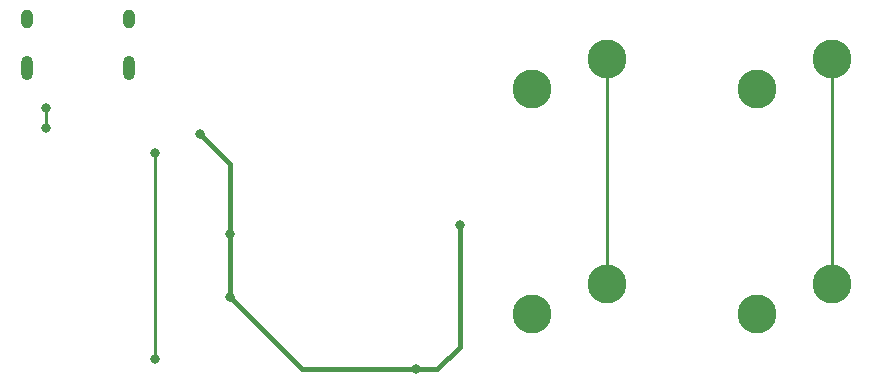
<source format=gtl>
G04 #@! TF.GenerationSoftware,KiCad,Pcbnew,(6.0.8-1)-1*
G04 #@! TF.CreationDate,2022-10-31T00:23:30-07:00*
G04 #@! TF.ProjectId,hayabusa04,68617961-6275-4736-9130-342e6b696361,rev?*
G04 #@! TF.SameCoordinates,Original*
G04 #@! TF.FileFunction,Copper,L1,Top*
G04 #@! TF.FilePolarity,Positive*
%FSLAX46Y46*%
G04 Gerber Fmt 4.6, Leading zero omitted, Abs format (unit mm)*
G04 Created by KiCad (PCBNEW (6.0.8-1)-1) date 2022-10-31 00:23:30*
%MOMM*%
%LPD*%
G01*
G04 APERTURE LIST*
G04 #@! TA.AperFunction,ComponentPad*
%ADD10C,3.300000*%
G04 #@! TD*
G04 #@! TA.AperFunction,ComponentPad*
%ADD11O,1.000000X2.100000*%
G04 #@! TD*
G04 #@! TA.AperFunction,ComponentPad*
%ADD12O,1.000000X1.600000*%
G04 #@! TD*
G04 #@! TA.AperFunction,ViaPad*
%ADD13C,0.800000*%
G04 #@! TD*
G04 #@! TA.AperFunction,Conductor*
%ADD14C,0.381000*%
G04 #@! TD*
G04 #@! TA.AperFunction,Conductor*
%ADD15C,0.254000*%
G04 #@! TD*
G04 APERTURE END LIST*
D10*
X178752500Y-62547500D03*
X185102500Y-60007500D03*
X178752500Y-81597500D03*
X185102500Y-79057500D03*
D11*
X125536067Y-60736000D03*
X116896067Y-60736000D03*
D12*
X125536067Y-56556000D03*
X116896067Y-56556000D03*
D10*
X159702500Y-62547500D03*
X166052500Y-60007500D03*
X159702500Y-81597500D03*
X166052500Y-79057500D03*
D13*
X134112000Y-80137000D03*
X131572000Y-66294000D03*
X153543000Y-74041000D03*
X134112000Y-74803000D03*
X149860000Y-86233000D03*
X127762000Y-67945000D03*
X127762000Y-85344000D03*
X118549067Y-64135000D03*
X118549067Y-65786000D03*
D14*
X140208000Y-86233000D02*
X149860000Y-86233000D01*
X134112000Y-80137000D02*
X140208000Y-86233000D01*
X151638000Y-86233000D02*
X153543000Y-84328000D01*
X134112000Y-68834000D02*
X134112000Y-74803000D01*
X153543000Y-84328000D02*
X153543000Y-74041000D01*
X134112000Y-74803000D02*
X134112000Y-80137000D01*
X149860000Y-86233000D02*
X151638000Y-86233000D01*
X131572000Y-66294000D02*
X134112000Y-68834000D01*
D15*
X166052500Y-60007500D02*
X166052500Y-79057500D01*
X185102500Y-60007500D02*
X185102500Y-79057500D01*
X127762000Y-67945000D02*
X127762000Y-85344000D01*
X118549067Y-64135000D02*
X118549067Y-65786000D01*
M02*

</source>
